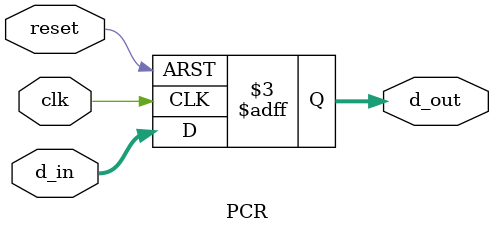
<source format=v>
module PCR(
	d_in, d_out, clk, reset
);
input clk, reset;
input [31:0] d_in;
output [31:0] d_out;
reg [31:0] d_out;

always @ (negedge reset or posedge clk)
if (reset == 0)
begin
	d_out <= 0;
end
else
begin 
	d_out <= d_in;
end
endmodule

</source>
